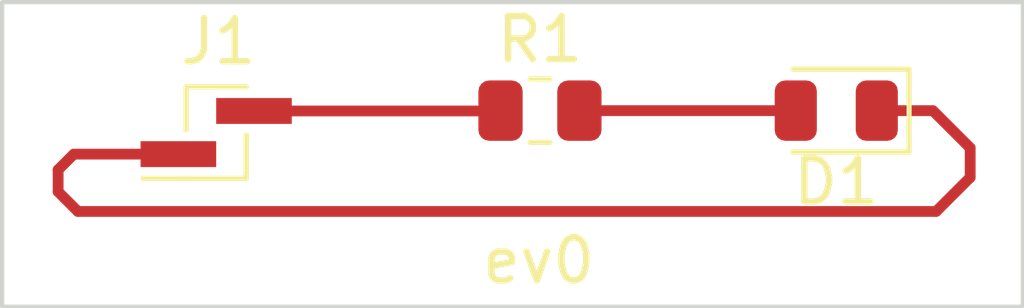
<source format=kicad_pcb>
(kicad_pcb (version 20211014) (generator pcbnew)
  (layers (0 "F.Cu" signal) (31 "B.Cu" signal) (34 "B.Paste" user) (35 "F.Paste" user) (36 "B.SilkS" user "B.Silkscreen") (37 "F.SilkS" user "F.Silkscreen") (38 "B.Mask" user) (39 "F.Mask" user) (44 "Edge.Cuts" user))
  (net 0 "")
  (net 1 "Net-(D1-Pad1)")
  (net 2 "Net-(D1-Pad2)")
  (net 3 "Net-(J1-Pad2)")
  (footprint "Resistor_SMD:R_0805_2012Metric" (layer "F.Cu") (at 145.7706 95.8088)
    (fp_text reference "R1" (at 0 -1.65) (layer "F.SilkS"))
    (fp_text value "470")
    (fp_line (start -0.227064 0.735) (end 0.227064 0.735) (layer "F.SilkS") (width 0.12))
    (fp_line (start -0.227064 -0.735) (end 0.227064 -0.735) (layer "F.SilkS") (width 0.12))
    (pad "1" smd roundrect (at -0.9125 0) (size 1.025 1.4) (layers "F.Cu" "F.Paste" "F.Mask") (roundrect_rratio 0.243902) (net 3 "Net-(J1-Pad2)"))
    (pad "2" smd roundrect (at 0.9125 0) (size 1.025 1.4) (layers "F.Cu" "F.Paste" "F.Mask") (roundrect_rratio 0.243902) (net 2 "Net-(D1-Pad2)"))
  )
  (footprint "LED_SMD:LED_0805_2012Metric" (layer "F.Cu") (at 152.6286 95.8088 180)
    (fp_text reference "D1" (at 0 -1.65 180) (layer "F.SilkS"))
    (fp_text value "LED")
    (fp_line (start 1 -0.96) (end -1.685 -0.96) (layer "F.SilkS") (width 0.12))
    (fp_line (start -1.685 -0.96) (end -1.685 0.96) (layer "F.SilkS") (width 0.12))
    (fp_line (start -1.685 0.96) (end 1 0.96) (layer "F.SilkS") (width 0.12))
    (pad "1" smd roundrect (at -0.9375 0 180) (size 0.975 1.4) (layers "F.Cu" "F.Paste" "F.Mask") (net 1 "Net-(D1-Pad1)"))
    (pad "2" smd roundrect (at 0.9375 0 180) (size 0.975 1.4) (layers "F.Cu" "F.Paste" "F.Mask") (net 2 "Net-(D1-Pad2)"))
  )
  (footprint "Connector_PinHeader_1.00mm:PinHeader_1x02_P1.00mm_Vertical_SMD_Pin1Right" (layer "F.Cu") (at 138.2776 96.3168 180)
    (fp_text reference "J1" (at -0.0508 2.1082 180) (layer "F.SilkS"))
    (fp_text value "5V")
    (fp_line (start -0.695 -1.06) (end -0.695 -0.06) (layer "F.SilkS") (width 0.12))
    (fp_line (start -0.695 -0.94) (end -0.695 -0.06) (layer "F.SilkS") (width 0.12))
    (fp_line (start 0.695 -1.06) (end 1.69 -1.06) (layer "F.SilkS") (width 0.12))
    (fp_line (start 0.695 0.06) (end 0.695 1.06) (layer "F.SilkS") (width 0.12))
    (fp_line (start 0.695 -1.06) (end 0.695 -1.06) (layer "F.SilkS") (width 0.12))
    (fp_line (start -0.695 1.06) (end -0.695 1.06) (layer "F.SilkS") (width 0.12))
    (fp_line (start -0.695 -1.06) (end 0.695 -1.06) (layer "F.SilkS") (width 0.12))
    (fp_line (start -0.695 1.06) (end 0.695 1.06) (layer "F.SilkS") (width 0.12))
    (pad "1" smd rect (at 0.875 -0.5 180) (size 1.75 0.6) (layers "F.Cu" "F.Paste" "F.Mask") (net 1 "Net-(D1-Pad1)"))
    (pad "2" smd rect (at -0.875 0.5 180) (size 1.75 0.6) (layers "F.Cu" "F.Paste" "F.Mask") (net 3 "Net-(J1-Pad2)"))
  )
  (gr_rect (start 133.3246 93.2942) (end 156.9466 100.3554) (layer "Edge.Cuts") (width 0.1) (fill none))
  (gr_text "ev0" (at 145.7452 99.2886) (layer "F.SilkS") (effects (font (size 1 1))))
  (segment (start 153.5661 95.8088) (end 154.8638 95.8088) (width 0.25) (layer "F.Cu") (net 1))
  (segment (start 154.94 98.1456) (end 135.0772 98.1456) (width 0.25) (layer "F.Cu") (net 1))
  (segment (start 154.8638 95.8088) (end 155.7274 96.6724) (width 0.25) (layer "F.Cu") (net 1))
  (segment (start 134.9836 96.8168) (end 137.4026 96.8168) (width 0.25) (layer "F.Cu") (net 1))
  (segment (start 134.62 97.1804) (end 134.9836 96.8168) (width 0.25) (layer "F.Cu") (net 1))
  (segment (start 155.7274 96.6724) (end 155.7274 97.3582) (width 0.25) (layer "F.Cu") (net 1))
  (segment (start 155.7274 97.3582) (end 154.94 98.1456) (width 0.25) (layer "F.Cu") (net 1))
  (segment (start 134.62 97.6884) (end 134.62 97.1804) (width 0.25) (layer "F.Cu") (net 1))
  (segment (start 135.0772 98.1456) (end 134.62 97.6884) (width 0.25) (layer "F.Cu") (net 1))
  (segment (start 146.6831 95.8088) (end 151.6911 95.8088) (width 0.25) (layer "F.Cu") (net 2))
  (segment (start 139.1526 95.8168) (end 144.8501 95.8168) (width 0.25) (layer "F.Cu") (net 3))
  (segment (start 144.8501 95.8168) (end 144.8581 95.8088) (width 0.25) (layer "F.Cu") (net 3))
)
</source>
